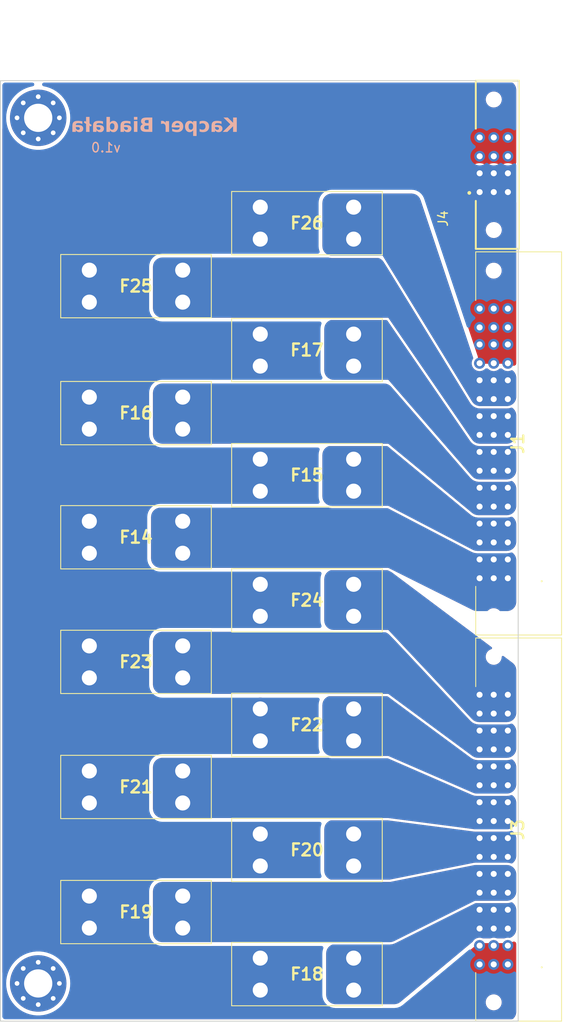
<source format=kicad_pcb>
(kicad_pcb (version 20240108) (generator "pcbnew") (generator_version "8.0")
  (title_block (rev "${REVISION}") (company "Author:") (comment 1 "Reviewer:"))
  (layers (0 "F.Cu" signal) (1 "In1.Cu" signal) (2 "In2.Cu" signal) (31 "B.Cu" signal) (34 "B.Paste" user) (35 "F.Paste" user) (36 "B.SilkS" user "B.Silkscreen") (37 "F.SilkS" user "F.Silkscreen") (38 "B.Mask" user) (39 "F.Mask" user) (44 "Edge.Cuts" user))
  (property "REVISION" "1.0")
  (net 0 "")
  (net 1 "GND")
  (net 2 "/SDC {slash} ASMS")
  (net 3 "/PUMP 2")
  (net 4 "/AIR {slash} IR {slash} DIAGPORT")
  (net 5 "/REARBOX 5")
  (net 6 "/PUMP 1")
  (net 7 "/PC 5")
  (net 8 "/PC 3 {slash} 4")
  (net 9 "/INVERTER")
  (net 10 "/BRAKE {slash} DASH {slash} FRONT BOX")
  (net 11 "/PC 1{slash}2")
  (net 12 "/FAN")
  (net 13 "/HV LOGIKA")
  (net 14 "/TSAL {slash} BSPD")
  (net 15 "+BATT")
  (footprint "LIB_3568:3568" (layer "F.Cu") (at 152.6 143.5)
    (property "Reference" "F20" (at 4.96 -1.7 0) (layer "F.SilkS") (effects (font (size 1.27 1.27) (thickness 0.254))))
    (property "Value" "Fuse" (hide yes))
    (fp_line (start -3.04 -5.065) (end 12.96 -5.065) (stroke (width 0.1)) (layer "F.SilkS"))
    (fp_line (start -3.04 1.665) (end -3.04 -5.065) (stroke (width 0.1)) (layer "F.SilkS"))
    (fp_line (start 12.96 -5.065) (end 12.96 1.665) (stroke (width 0.1)) (layer "F.SilkS"))
    (fp_line (start 12.96 1.665) (end -3.04 1.665) (stroke (width 0.1)) (layer "F.SilkS"))
    (pad "1" thru_hole circle (at 0 -3.4) (size 2.4 2.4) (drill 1.6) (layers "*.Cu" "*.Mask") (net 15 "+BATT"))
    (pad "1" thru_hole circle (at 0 0) (size 2.4 2.4) (drill 1.6) (layers "*.Cu" "*.Mask") (net 15 "+BATT"))
    (pad "2" thru_hole circle (at 9.92 -3.4) (size 2.4 2.4) (drill 1.6) (layers "*.Cu" "*.Mask") (net 8 "/PC 3 {slash} 4"))
    (pad "2" thru_hole circle (at 9.92 0) (size 2.4 2.4) (drill 1.6) (layers "*.Cu" "*.Mask") (net 8 "/PC 3 {slash} 4"))
  )
  (footprint "LIB_3568:3568" (layer "F.Cu") (at 162.52 113.55 180)
    (property "Reference" "F24" (at 4.96 -1.7 180) (layer "F.SilkS") (effects (font (size 1.27 1.27) (thickness 0.254))))
    (property "Value" "Fuse" (hide yes))
    (fp_line (start 12.96 1.665) (end -3.04 1.665) (stroke (width 0.1)) (layer "F.SilkS"))
    (fp_line (start 12.96 -5.065) (end 12.96 1.665) (stroke (width 0.1)) (layer "F.SilkS"))
    (fp_line (start -3.04 1.665) (end -3.04 -5.065) (stroke (width 0.1)) (layer "F.SilkS"))
    (fp_line (start -3.04 -5.065) (end 12.96 -5.065) (stroke (width 0.1)) (layer "F.SilkS"))
    (pad "1" thru_hole circle (at 0 -3.4 180) (size 2.4 2.4) (drill 1.6) (layers "*.Cu" "*.Mask") (net 12 "/FAN"))
    (pad "1" thru_hole circle (at 0 0 180) (size 2.4 2.4) (drill 1.6) (layers "*.Cu" "*.Mask") (net 12 "/FAN"))
    (pad "2" thru_hole circle (at 9.92 -3.4 180) (size 2.4 2.4) (drill 1.6) (layers "*.Cu" "*.Mask") (net 15 "+BATT"))
    (pad "2" thru_hole circle (at 9.92 0 180) (size 2.4 2.4) (drill 1.6) (layers "*.Cu" "*.Mask") (net 15 "+BATT"))
  )
  (footprint "LIB_3568:3568" (layer "F.Cu") (at 152.6 103.646836)
    (property "Reference" "F15" (at 4.96 -1.7 0) (layer "F.SilkS") (effects (font (size 1.27 1.27) (thickness 0.254))))
    (property "Value" "Fuse" (hide yes))
    (fp_line (start -3.04 -5.065) (end 12.96 -5.065) (stroke (width 0.1)) (layer "F.SilkS"))
    (fp_line (start -3.04 1.665) (end -3.04 -5.065) (stroke (width 0.1)) (layer "F.SilkS"))
    (fp_line (start 12.96 -5.065) (end 12.96 1.665) (stroke (width 0.1)) (layer "F.SilkS"))
    (fp_line (start 12.96 1.665) (end -3.04 1.665) (stroke (width 0.1)) (layer "F.SilkS"))
    (pad "1" thru_hole circle (at 0 -3.4) (size 2.4 2.4) (drill 1.6) (layers "*.Cu" "*.Mask") (net 15 "+BATT"))
    (pad "1" thru_hole circle (at 0 0) (size 2.4 2.4) (drill 1.6) (layers "*.Cu" "*.Mask") (net 15 "+BATT"))
    (pad "2" thru_hole circle (at 9.92 -3.4) (size 2.4 2.4) (drill 1.6) (layers "*.Cu" "*.Mask") (net 3 "/PUMP 2"))
    (pad "2" thru_hole circle (at 9.92 0) (size 2.4 2.4) (drill 1.6) (layers "*.Cu" "*.Mask") (net 3 "/PUMP 2"))
  )
  (footprint "LIB_3568:3568" (layer "F.Cu") (at 134.44 110.246836)
    (property "Reference" "F14" (at 4.96 -1.7 360) (layer "F.SilkS") (effects (font (size 1.27 1.27) (thickness 0.254))))
    (property "Value" "Fuse" (hide yes))
    (fp_line (start -3.04 -5.065) (end 12.96 -5.065) (stroke (width 0.1)) (layer "F.SilkS"))
    (fp_line (start -3.04 1.665) (end -3.04 -5.065) (stroke (width 0.1)) (layer "F.SilkS"))
    (fp_line (start 12.96 -5.065) (end 12.96 1.665) (stroke (width 0.1)) (layer "F.SilkS"))
    (fp_line (start 12.96 1.665) (end -3.04 1.665) (stroke (width 0.1)) (layer "F.SilkS"))
    (pad "1" thru_hole circle (at 0 -3.4) (size 2.4 2.4) (drill 1.6) (layers "*.Cu" "*.Mask") (net 15 "+BATT"))
    (pad "1" thru_hole circle (at 0 0) (size 2.4 2.4) (drill 1.6) (layers "*.Cu" "*.Mask") (net 15 "+BATT"))
    (pad "2" thru_hole circle (at 9.92 -3.4) (size 2.4 2.4) (drill 1.6) (layers "*.Cu" "*.Mask") (net 2 "/SDC {slash} ASMS"))
    (pad "2" thru_hole circle (at 9.92 0) (size 2.4 2.4) (drill 1.6) (layers "*.Cu" "*.Mask") (net 2 "/SDC {slash} ASMS"))
  )
  (footprint "proper_8pin:UPT080101LRA" (layer "F.Cu") (at 178.9 153.965 90)
    (property "Reference" "J3" (at 14.335 1.062 90) (layer "F.SilkS") (effects (font (size 1.27 1.27) (thickness 0.254))))
    (property "Value" "UPT-08-01-01-L-RA" (hide yes))
    (fp_line (start 34.705 -3.41) (end 29.535 -3.41) (stroke (width 0.1)) (layer "F.SilkS"))
    (fp_line (start -0.865 -3.41) (end -6.035 -3.41) (stroke (width 0.1)) (layer "F.SilkS"))
    (fp_line (start -6.035 -3.41) (end -6.035 5.71) (stroke (width 0.1)) (layer "F.SilkS"))
    (fp_line (start -0.265 3.6) (end -0.265 3.6) (stroke (width 0.1)) (layer "F.SilkS"))
    (fp_line (start -0.365 3.6) (end -0.365 3.6) (stroke (width 0.1)) (layer "F.SilkS"))
    (fp_line (start 34.705 5.71) (end 34.705 -3.41) (stroke (width 0.1)) (layer "F.SilkS"))
    (fp_line (start -6.035 5.71) (end 34.705 5.71) (stroke (width 0.1)) (layer "F.SilkS"))
    (fp_arc (start -0.265 3.6) (mid -0.315 3.65) (end -0.365 3.6) (stroke (width 0.1)) (layer "F.SilkS"))
    (fp_arc (start -0.365 3.6) (mid -0.315 3.55) (end -0.265 3.6) (stroke (width 0.1)) (layer "F.SilkS"))
    (pad "" np_thru_hole circle (at -4.035 -1.5 90) (size 1.19 1.19) (drill 1.19) (layers "*.Cu" "*.Mask"))
    (pad "" np_thru_hole circle (at 32.705 -1.5 90) (size 1.19 1.19) (drill 1.19) (layers "*.Cu" "*.Mask"))
    (pad "A1" thru_hole circle (at 0 0 90) (size 1.173 1.173) (drill 0.64) (layers "*.Cu" "*.Mask") (net 1 "GND"))
    (pad "A2" thru_hole circle (at 0 -1.5 90) (size 1.173 1.173) (drill 0.64) (layers "*.Cu" "*.Mask") (net 1 "GND"))
    (pad "A3" thru_hole circle (at 0 -3 90) (size 1.173 1.173) (drill 0.64) (layers "*.Cu" "*.Mask") (net 1 "GND"))
    (pad "A4" thru_hole circle (at 2 -3 90) (size 1.173 1.173) (drill 0.64) (layers "*.Cu" "*.Mask") (net 1 "GND"))
    (pad "A5" thru_hole circle (at 2 -1.5 90) (size 1.173 1.173) (drill 0.64) (layers "*.Cu" "*.Mask") (net 1 "GND"))
    (pad "A6" thru_hole circle (at 2 0 90) (size 1.173 1.173) (drill 0.64) (layers "*.Cu" "*.Mask") (net 1 "GND"))
    (pad "B1" thru_hole circle (at 3.81 0 90) (size 1.173 1.173) (drill 0.64) (layers "*.Cu" "*.Mask") (net 6 "/PUMP 1"))
    (pad "B2" thru_hole circle (at 3.81 -1.5 90) (size 1.173 1.173) (drill 0.64) (layers "*.Cu" "*.Mask") (net 6 "/PUMP 1"))
    (pad "B3" thru_hole circle (at 3.81 -3 90) (size 1.173 1.173) (drill 0.64) (layers "*.Cu" "*.Mask") (net 6 "/PUMP 1"))
    (pad "B4" thru_hole circle (at 5.81 -3 90) (size 1.173 1.173) (drill 0.64) (layers "*.Cu" "*.Mask") (net 6 "/PUMP 1"))
    (pad "B5" thru_hole circle (at 5.81 -1.5 90) (size 1.173 1.173) (drill 0.64) (layers "*.Cu" "*.Mask") (net 6 "/PUMP 1"))
    (pad "B6" thru_hole circle (at 5.81 0 90) (size 1.173 1.173) (drill 0.64) (layers "*.Cu" "*.Mask") (net 6 "/PUMP 1"))
    (pad "C1" thru_hole circle (at 7.62 0 90) (size 1.173 1.173) (drill 0.64) (layers "*.Cu" "*.Mask") (net 7 "/PC 5"))
    (pad "C2" thru_hole circle (at 7.62 -1.5 90) (size 1.173 1.173) (drill 0.64) (layers "*.Cu" "*.Mask") (net 7 "/PC 5"))
    (pad "C3" thru_hole circle (at 7.62 -3 90) (size 1.173 1.173) (drill 0.64) (layers "*.Cu" "*.Mask") (net 7 "/PC 5"))
    (pad "C4" thru_hole circle (at 9.62 -3 90) (size 1.173 1.173) (drill 0.64) (layers "*.Cu" "*.Mask") (net 7 "/PC 5"))
    (pad "C5" thru_hole circle (at 9.62 -1.5 90) (size 1.173 1.173) (drill 0.64) (layers "*.Cu" "*.Mask") (net 7 "/PC 5"))
    (pad "C6" thru_hole circle (at 9.62 0 90) (size 1.173 1.173) (drill 0.64) (layers "*.Cu" "*.Mask") (net 7 "/PC 5"))
    (pad "D1" thru_hole circle (at 11.43 0 90) (size 1.173 1.173) (drill 0.64) (layers "*.Cu" "*.Mask") (net 8 "/PC 3 {slash} 4"))
    (pad "D2" thru_hole circle (at 11.43 -1.5 90) (size 1.173 1.173) (drill 0.64) (layers "*.Cu" "*.Mask") (net 8 "/PC 3 {slash} 4"))
    (pad "D3" thru_hole circle (at 11.43 -3 90) (size 1.173 1.173) (drill 0.64) (layers "*.Cu" "*.Mask") (net 8 "/PC 3 {slash} 4"))
    (pad "D4" thru_hole circle (at 13.43 -3 90) (size 1.173 1.173) (drill 0.64) (layers "*.Cu" "*.Mask") (net 8 "/PC 3 {slash} 4"))
    (pad "D5" thru_hole circle (at 13.43 -1.5 90) (size 1.173 1.173) (drill 0.64) (layers "*.Cu" "*.Mask") (net 8 "/PC 3 {slash} 4"))
    (pad "D6" thru_hole circle (at 13.43 0 90) (size 1.173 1.173) (drill 0.64) (layers "*.Cu" "*.Mask") (net 8 "/PC 3 {slash} 4"))
    (pad "E1" thru_hole circle (at 15.24 0 90) (size 1.173 1.173) (drill 0.64) (layers "*.Cu" "*.Mask") (net 9 "/INVERTER"))
    (pad "E2" thru_hole circle (at 15.24 -1.5 90) (size 1.173 1.173) (drill 0.64) (layers "*.Cu" "*.Mask") (net 9 "/INVERTER"))
    (pad "E3" thru_hole circle (at 15.24 -3 90) (size 1.173 1.173) (drill 0.64) (layers "*.Cu" "*.Mask") (net 9 "/INVERTER"))
    (pad "E4" thru_hole circle (at 17.24 -3 90) (size 1.173 1.173) (drill 0.64) (layers "*.Cu" "*.Mask") (net 9 "/INVERTER"))
    (pad "E5" thru_hole circle (at 17.24 -1.5 90) (size 1.173 1.173) (drill 0.64) (layers "*.Cu" "*.Mask") (net 9 "/INVERTER"))
    (pad "E6" thru_hole circle (at 17.24 0 90) (size 1.173 1.173) (drill 0.64) (layers "*.Cu" "*.Mask") (net 9 "/INVERTER"))
    (pad "F1" thru_hole circle (at 19.05 0 90) (size 1.173 1.173) (drill 0.64) (layers "*.Cu" "*.Mask") (net 10 "/BRAKE {slash} DASH {slash} FRONT BOX"))
    (pad "F2" thru_hole circle (at 19.05 -1.5 90) (size 1.173 1.173) (drill 0.64) (layers "*.Cu" "*.Mask") (net 10 "/BRAKE {slash} DASH {slash} FRONT BOX"))
    (pad "F3" thru_hole circle (at 19.05 -3 90) (size 1.173 1.173) (drill 0.64) (layers "*.Cu" "*.Mask") (net 10 "/BRAKE {slash} DASH {slash} FRONT BOX"))
    (pad "F4" thru_hole circle (at 21.05 -3 90) (size 1.173 1.173) (drill 0.64) (layers "*.Cu" "*.Mask") (net 10 "/BRAKE {slash} DASH {slash} FRONT BOX"))
    (pad "F5" thru_hole circle (at 21.05 -1.5 90) (size 1.173 1.173) (drill 0.64) (layers "*.Cu" "*.Mask") (net 10 "/BRAKE {slash} DASH {slash} FRONT BOX"))
    (pad "F6" thru_hole circle (at 21.05 0 90) (size 1.173 1.173) (drill 0.64) (layers "*.Cu" "*.Mask") (net 10 "/BRAKE {slash} DASH {slash} FRONT BOX"))
    (pad "G1" thru_hole circle (at 22.86 0 90) (size 1.173 1.173) (drill 0.64) (layers "*.Cu" "*.Mask") (net 11 "/PC 1{slash}2"))
    (pad "G2" thru_hole circle (at 22.86 -1.5 90) (size 1.173 1.173) (drill 0.64) (layers "*.Cu" "*.Mask") (net 11 "/PC 1{slash}2"))
    (pad "G3" thru_hole circle (at 22.86 -3 90) (size 1.173 1.173) (drill 0.64) (layers "*.Cu" "*.Mask") (net 11 "/PC 1{slash}2"))
    (pad "G4" thru_hole circle (at 24.86 -3 90) (size 1.173 1.173) (drill 0.64) (layers "*.Cu" "*.Mask") (net 11 "/PC 1{slash}2"))
    (pad "G5" thru_hole circle (at 24.86 -1.5 90) (size 1.173 1.173) (drill 0.64) (layers "*.Cu" "*.Mask") (net 11 "/PC 1{slash}2"))
    (pad "G6" thru_hole circle (at 24.86 0 90) (size 1.173 1.173) (drill 0.64) (layers "*.Cu" "*.Mask") (net 11 "/PC 1{slash}2"))
    (pad "H1" thru_hole circle (at 26.67 0 90) (size 1.173 1.173) (drill 0.64) (layers "*.Cu" "*.Mask") (net 12 "/FAN"))
    (pad "H2" thru_hole circle (at 26.67 -1.5 90) (size 1.173 1.173) (drill 0.64) (layers "*.Cu" "*.Mask") (net 12 "/FAN"))
    (pad "H3" thru_hole circle (at 26.67 -3 90) (size 1.173 1.173) (drill 0.64) (layers "*.Cu" "*.Mask") (net 12 "/FAN"))
    (pad "H4" thru_hole circle (at 28.67 -3 90) (size 1.173 1.173) (drill 0.64) (layers "*.Cu" "*.Mask") (net 12 "/FAN"))
    (pad "H5" thru_hole circle (at 28.67 -1.5 90) (size 1.173 1.173) (drill 0.64) (layers "*.Cu" "*.Mask") (net 12 "/FAN"))
    (pad "H6" thru_hole circle (at 28.67 0 90) (size 1.173 1.173) (drill 0.64) (layers "*.Cu" "*.Mask") (net 12 "/FAN"))
  )
  (footprint "LIB_3568:3568" (layer "F.Cu") (at 152.6 156.7)
    (property "Reference" "F18" (at 4.96 -1.7 0) (layer "F.SilkS") (effects (font (size 1.27 1.27) (thickness 0.254))))
    (property "Value" "Fuse" (hide yes))
    (fp_line (start -3.04 -5.065) (end 12.96 -5.065) (stroke (width 0.1)) (layer "F.SilkS"))
    (fp_line (start -3.04 1.665) (end -3.04 -5.065) (stroke (width 0.1)) (layer "F.SilkS"))
    (fp_line (start 12.96 -5.065) (end 12.96 1.665) (stroke (width 0.1)) (layer "F.SilkS"))
    (fp_line (start 12.96 1.665) (end -3.04 1.665) (stroke (width 0.1)) (layer "F.SilkS"))
    (pad "1" thru_hole circle (at 0 -3.4) (size 2.4 2.4) (drill 1.6) (layers "*.Cu" "*.Mask") (net 15 "+BATT"))
    (pad "1" thru_hole circle (at 0 0) (size 2.4 2.4) (drill 1.6) (layers "*.Cu" "*.Mask") (net 15 "+BATT"))
    (pad "2" thru_hole circle (at 9.92 -3.4) (size 2.4 2.4) (drill 1.6) (layers "*.Cu" "*.Mask") (net 6 "/PUMP 1"))
    (pad "2" thru_hole circle (at 9.92 0) (size 2.4 2.4) (drill 1.6) (layers "*.Cu" "*.Mask") (net 6 "/PUMP 1"))
  )
  (footprint "MountingHole:MountingHole_3mm_Pad_Via" (layer "F.Cu") (at 129.00901 155.99099)
    (property "Reference" "REF**" (hide yes))
    (property "Value" "MountingHole_3mm_Pad_Via" (hide yes))
    (pad "1" thru_hole circle (at -2.25 0) (size 0.8 0.8) (drill 0.5) (layers "*.Cu" "*.Mask"))
    (pad "1" thru_hole circle (at -1.59099 -1.59099) (size 0.8 0.8) (drill 0.5) (layers "*.Cu" "*.Mask"))
    (pad "1" thru_hole circle (at -1.59099 1.59099) (size 0.8 0.8) (drill 0.5) (layers "*.Cu" "*.Mask"))
    (pad "1" thru_hole circle (at 0 -2.25) (size 0.8 0.8) (drill 0.5) (layers "*.Cu" "*.Mask"))
    (pad "1" thru_hole circle (at 0 0) (size 6 6) (drill 3) (layers "*.Cu" "*.Mask"))
    (pad "1" thru_hole circle (at 0 2.25) (size 0.8 0.8) (drill 0.5) (layers "*.Cu" "*.Mask"))
    (pad "1" thru_hole circle (at 1.59099 -1.59099) (size 0.8 0.8) (drill 0.5) (layers "*.Cu" "*.Mask"))
    (pad "1" thru_hole circle (at 1.59099 1.59099) (size 0.8 0.8) (drill 0.5) (layers "*.Cu" "*.Mask"))
    (pad "1" thru_hole circle (at 2.25 0) (size 0.8 0.8) (drill 0.5) (layers "*.Cu" "*.Mask"))
  )
  (footprint "LIB_3568:3568" (layer "F.Cu") (at 134.44 150.1)
    (property "Reference" "F19" (at 4.96 -1.7 360) (layer "F.SilkS") (effects (font (size 1.27 1.27) (thickness 0.254))))
    (property "Value" "Fuse" (hide yes))
    (fp_line (start -3.04 -5.065) (end 12.96 -5.065) (stroke (width 0.1)) (layer "F.SilkS"))
    (fp_line (start -3.04 1.665) (end -3.04 -5.065) (stroke (width 0.1)) (layer "F.SilkS"))
    (fp_line (start 12.96 -5.065) (end 12.96 1.665) (stroke (width 0.1)) (layer "F.SilkS"))
    (fp_line (start 12.96 1.665) (end -3.04 1.665) (stroke (width 0.1)) (layer "F.SilkS"))
    (pad "1" thru_hole circle (at 0 -3.4) (size 2.4 2.4) (drill 1.6) (layers "*.Cu" "*.Mask") (net 15 "+BATT"))
    (pad "1" thru_hole circle (at 0 0) (size 2.4 2.4) (drill 1.6) (layers "*.Cu" "*.Mask") (net 15 "+BATT"))
    (pad "2" thru_hole circle (at 9.92 -3.4) (size 2.4 2.4) (drill 1.6) (layers "*.Cu" "*.Mask") (net 7 "/PC 5"))
    (pad "2" thru_hole circle (at 9.92 0) (size 2.4 2.4) (drill 1.6) (layers "*.Cu" "*.Mask") (net 7 "/PC 5"))
  )
  (footprint "LIB_3568:3568" (layer "F.Cu") (at 144.36 80.146836 180)
    (property "Reference" "F25" (at 4.96 -1.7 180) (layer "F.SilkS") (effects (font (size 1.27 1.27) (thickness 0.254))))
    (property "Value" "Fuse" (hide yes))
    (fp_line (start 12.96 1.665) (end -3.04 1.665) (stroke (width 0.1)) (layer "F.SilkS"))
    (fp_line (start 12.96 -5.065) (end 12.96 1.665) (stroke (width 0.1)) (layer "F.SilkS"))
    (fp_line (start -3.04 1.665) (end -3.04 -5.065) (stroke (width 0.1)) (layer "F.SilkS"))
    (fp_line (start -3.04 -5.065) (end 12.96 -5.065) (stroke (width 0.1)) (layer "F.SilkS"))
    (pad "1" thru_hole circle (at 0 -3.4 180) (size 2.4 2.4) (drill 1.6) (layers "*.Cu" "*.Mask") (net 13 "/HV LOGIKA"))
    (pad "1" thru_hole circle (at 0 0 180) (size 2.4 2.4) (drill 1.6) (layers "*.Cu" "*.Mask") (net 13 "/HV LOGIKA"))
    (pad "2" thru_hole circle (at 9.92 -3.4 180) (size 2.4 2.4) (drill 1.6) (layers "*.Cu" "*.Mask") (net 15 "+BATT"))
    (pad "2" thru_hole circle (at 9.92 0 180) (size 2.4 2.4) (drill 1.6) (layers "*.Cu" "*.Mask") (net 15 "+BATT"))
  )
  (footprint "LIB_3568:3568" (layer "F.Cu") (at 162.52 73.446836 180)
    (property "Reference" "F26" (at 4.96 -1.7 180) (layer "F.SilkS") (effects (font (size 1.27 1.27) (thickness 0.254))))
    (property "Value" "Fuse" (hide yes))
    (fp_line (start 12.96 1.665) (end -3.04 1.665) (stroke (width 0.1)) (layer "F.SilkS"))
    (fp_line (start 12.96 -5.065) (end 12.96 1.665) (stroke (width 0.1)) (layer "F.SilkS"))
    (fp_line (start -3.04 1.665) (end -3.04 -5.065) (stroke (width 0.1)) (layer "F.SilkS"))
    (fp_line (start -3.04 -5.065) (end 12.96 -5.065) (stroke (width 0.1)) (layer "F.SilkS"))
    (pad "1" thru_hole circle (at 0 -3.4 180) (size 2.4 2.4) (drill 1.6) (layers "*.Cu" "*.Mask") (net 14 "/TSAL {slash} BSPD"))
    (pad "1" thru_hole circle (at 0 0 180) (size 2.4 2.4) (drill 1.6) (layers "*.Cu" "*.Mask") (net 14 "/TSAL {slash} BSPD"))
    (pad "2" thru_hole circle (at 9.92 -3.4 180) (size 2.4 2.4) (drill 1.6) (layers "*.Cu" "*.Mask") (net 15 "+BATT"))
    (pad "2" thru_hole circle (at 9.92 0 180) (size 2.4 2.4) (drill 1.6) (layers "*.Cu" "*.Mask") (net 15 "+BATT"))
  )
  (footprint "MountingHole:MountingHole_3mm_Pad_Via" (layer "F.Cu") (at 129.00901 63.95)
    (property "Reference" "REF**" (hide yes))
    (property "Value" "MountingHole_3mm_Pad_Via" (hide yes))
    (pad "1" thru_hole circle (at -2.25 0) (size 0.8 0.8) (drill 0.5) (layers "*.Cu" "*.Mask"))
    (pad "1" thru_hole circle (at -1.59099 -1.59099) (size 0.8 0.8) (drill 0.5) (layers "*.Cu" "*.Mask"))
    (pad "1" thru_hole circle (at -1.59099 1.59099) (size 0.8 0.8) (drill 0.5) (layers "*.Cu" "*.Mask"))
    (pad "1" thru_hole circle (at 0 -2.25) (size 0.8 0.8) (drill 0.5) (layers "*.Cu" "*.Mask"))
    (pad "1" thru_hole circle (at 0 0) (size 6 6) (drill 3) (layers "*.Cu" "*.Mask"))
    (pad "1" thru_hole circle (at 0 2.25) (size 0.8 0.8) (drill 0.5) (layers "*.Cu" "*.Mask"))
    (pad "1" thru_hole circle (at 1.59099 -1.59099) (size 0.8 0.8) (drill 0.5) (layers "*.Cu" "*.Mask"))
    (pad "1" thru_hole circle (at 1.59099 1.59099) (size 0.8 0.8) (drill 0.5) (layers "*.Cu" "*.Mask"))
    (pad "1" thru_hole circle (at 2.25 0) (size 0.8 0.8) (drill 0.5) (layers "*.Cu" "*.Mask"))
  )
  (footprint "2pin:SAMTEC_UPT-02-01-01-X-RA" (layer "F.Cu") (at 177.4075 68.94 90)
    (property "Reference" "J4" (at -5.715 -5.385 270) (layer "F.SilkS"))
    (property "Value" "UPT-02-01-01-X-RA")
    (fp_line (start 8.94 -1.91) (end 3.84 -1.91) (stroke (width 0.2)) (layer "F.SilkS"))
    (fp_line (start -3.84 -1.91) (end -8.94 -1.91) (stroke (width 0.2)) (layer "F.SilkS"))
    (fp_line (start -8.94 -1.91) (end -8.94 2.66) (stroke (width 0.2)) (layer "F.SilkS"))
    (fp_line (start 8.94 2.66) (end 8.94 -1.91) (stroke (width 0.2)) (layer "F.SilkS"))
    (fp_line (start -8.94 2.66) (end 8.94 2.66) (stroke (width 0.2)) (layer "F.SilkS"))
    (fp_circle (center -2.99 -2.6) (end -2.89 -2.6) (stroke (width 0.2)) (fill none) (layer "F.SilkS"))
    (pad "" np_thru_hole circle (at -6.94 0 90) (size 1.19 1.19) (drill 1.19) (layers "*.Cu" "*.Mask"))
    (pad "" np_thru_hole circle (at 6.94 0 90) (size 1.19 1.19) (drill 1.19) (layers "*.Cu" "*.Mask"))
    (pad "P01_1" thru_hole circle (at -2.905 -1.5 90) (size 1.148 1.148) (drill 0.64) (layers "*.Cu" "*.Mask") (net 15 "+BATT"))
    (pad "P01_2" thru_hole circle (at -2.905 0 90) (size 1.148 1.148) (drill 0.64) (layers "*.Cu" "*.Mask") (net 15 "+BATT"))
    (pad "P01_3" thru_hole circle (at -2.905 1.5 90) (size 1.148 1.148) (drill 0.64) (layers "*.Cu" "*.Mask") (net 15 "+BATT"))
    (pad "P01_4" thru_hole circle (at -0.905 -1.5 90) (size 1.148 1.148) (drill 0.64) (layers "*.Cu" "*.Mask") (net 15 "+BATT"))
    (pad "P01_5" thru_hole circle (at -0.905 0 90) (size 1.148 1.148) (drill 0.64) (layers "*.Cu" "*.Mask") (net 15 "+BATT"))
    (pad "P01_6" thru_hole circle (at -0.905 1.5 90) (size 1.148 1.148) (drill 0.64) (layers "*.Cu" "*.Mask") (net 15 "+BATT"))
    (pad "P02_1" thru_hole circle (at 0.905 -1.5 90) (size 1.148 1.148) (drill 0.64) (layers "*.Cu" "*.Mask") (net 1 "GND"))
    (pad "P02_2" thru_hole circle (at 0.905 0 90) (size 1.148 1.148) (drill 0.64) (layers "*.Cu" "*.Mask") (net 1 "GND"))
    (pad "P02_3" thru_hole circle (at 0.905 1.5 90) (size 1.148 1.148) (drill 0.64) (layers "*.Cu" "*.Mask") (net 1 "GND"))
    (pad "P02_4" thru_hole circle (at 2.905 -1.5 90) (size 1.148 1.148) (drill 0.64) (layers "*.Cu" "*.Mask") (net 1 "GND"))
    (pad "P02_5" thru_hole circle (at 2.905 0 90) (size 1.148 1.148) (drill 0.64) (layers "*.Cu" "*.Mask") (net 1 "GND"))
    (pad "P02_6" thru_hole circle (at 2.905 1.5 90) (size 1.148 1.148) (drill 0.64) (layers "*.Cu" "*.Mask") (net 1 "GND"))
  )
  (footprint "LIB_3568:3568" (layer "F.Cu") (at 144.36 133.4 180)
    (property "Reference" "F21" (at 4.96 -1.7 180) (layer "F.SilkS") (effects (font (size 1.27 1.27) (thickness 0.254))))
    (property "Value" "Fuse" (hide yes))
    (fp_line (start 12.96 1.665) (end -3.04 1.665) (stroke (width 0.1)) (layer "F.SilkS"))
    (fp_line (start 12.96 -5.065) (end 12.96 1.665) (stroke (width 0.1)) (layer "F.SilkS"))
    (fp_line (start -3.04 1.665) (end -3.04 -5.065) (stroke (width 0.1)) (layer "F.SilkS"))
    (fp_line (start -3.04 -5.065) (end 12.96 -5.065) (stroke (width 0.1)) (layer "F.SilkS"))
    (pad "1" thru_hole circle (at 0 -3.4 180) (size 2.4 2.4) (drill 1.6) (layers "*.Cu" "*.Mask") (net 9 "/INVERTER"))
    (pad "1" thru_hole circle (at 0 0 180) (size 2.4 2.4) (drill 1.6) (layers "*.Cu" "*.Mask") (net 9 "/INVERTER"))
    (pad "2" thru_hole circle (at 9.92 -3.4 180) (size 2.4 2.4) (drill 1.6) (layers "*.Cu" "*.Mask") (net 15 "+BATT"))
    (pad "2" thru_hole circle (at 9.92 0 180) (size 2.4 2.4) (drill 1.6) (layers "*.Cu" "*.Mask") (net 15 "+BATT"))
  )
  (footprint "LIB_3568:3568" (layer "F.Cu") (at 144.36 120.1 180)
    (property "Reference" "F23" (at 4.96 -1.7 180) (layer "F.SilkS") (effects (font (size 1.27 1.27) (thickness 0.254))))
    (property "Value" "Fuse" (hide yes))
    (fp_line (start 12.96 1.665) (end -3.04 1.665) (stroke (width 0.1)) (layer "F.SilkS"))
    (fp_line (start 12.96 -5.065) (end 12.96 1.665) (stroke (width 0.1)) (layer "F.SilkS"))
    (fp_line (start -3.04 1.665) (end -3.04 -5.065) (stroke (width 0.1)) (layer "F.SilkS"))
    (fp_line (start -3.04 -5.065) (end 12.96 -5.065) (stroke (width 0.1)) (layer "F.SilkS"))
    (pad "1" thru_hole circle (at 0 -3.4 180) (size 2.4 2.4) (drill 1.6) (layers "*.Cu" "*.Mask") (net 11 "/PC 1{slash}2"))
    (pad "1" thru_hole circle (at 0 0 180) (size 2.4 2.4) (drill 1.6) (layers "*.Cu" "*.Mask") (net 11 "/PC 1{slash}2"))
    (pad "2" thru_hole circle (at 9.92 -3.4 180) (size 2.4 2.4) (drill 1.6) (layers "*.Cu" "*.Mask") (net 15 "+BATT"))
    (pad "2" thru_hole circle (at 9.92 0 180) (size 2.4 2.4) (drill 1.6) (layers "*.Cu" "*.Mask") (net 15 "+BATT"))
  )
  (footprint "proper_8pin:UPT080101LRA" (layer "F.Cu") (at 178.9 112.905 90)
    (property "Reference" "J1" (at 14.335 1.062 90) (layer "F.SilkS") (effects (font (size 1.27 1.27) (thickness 0.254))))
    (property "Value" "UPT-08-01-01-L-RA" (hide yes))
    (fp_line (start 34.705 -3.41) (end 29.535 -3.41) (stroke (width 0.1)) (layer "F.SilkS"))
    (fp_line (start -0.865 -3.41) (end -6.035 -3.41) (stroke (width 0.1)) (layer "F.SilkS"))
    (fp_line (start -6.035 -3.41) (end -6.035 5.71) (stroke (width 0.1)) (layer "F.SilkS"))
    (fp_line (start -0.265 3.6) (end -0.265 3.6) (stroke (width 0.1)) (layer "F.SilkS"))
    (fp_line (start -0.365 3.6) (end -0.365 3.6) (stroke (width 0.1)) (layer "F.SilkS"))
    (fp_line (start 34.705 5.71) (end 34.705 -3.41) (stroke (width 0.1)) (layer "F.SilkS"))
    (fp_line (start -6.035 5.71) (end 34.705 5.71) (stroke (width 0.1)) (layer "F.SilkS"))
    (fp_arc (start -0.265 3.6) (mid -0.315 3.65) (end -0.365 3.6) (stroke (width 0.1)) (layer "F.SilkS"))
    (fp_arc (start -0.365 3.6) (mid -0.315 3.55) (end -0.265 3.6) (stroke (width 0.1)) (layer "F.SilkS"))
    (pad "" np_thru_hole circle (at -4.035 -1.5 90) (size 1.19 1.19) (drill 1.19) (layers "*.Cu" "*.Mask"))
    (pad "" np_thru_hole circle (at 32.705 -1.5 90) (size 1.19 1.19) (drill 1.19) (layers "*.Cu" "*.Mask"))
    (pad "A1" thru_hole circle (at 0 0 90) (size 1.173 1.173) (drill 0.64) (layers "*.Cu" "*.Mask") (net 2 "/SDC {slash} ASMS"))
    (pad "A2" thru_hole circle (at 0 -1.5 90) (size 1.173 1.173) (drill 0.64) (layers "*.Cu" "*.Mask") (net 2 "/SDC {slash} ASMS"))
    (pad "A3" thru_hole circle (at 0 -3 90) (size 1.173 1.173) (drill 0.64) (layers "*.Cu" "*.Mask") (net 2 "/SDC {slash} ASMS"))
    (pad "A4" thru_hole circle (at 2 -3 90) (size 1.173 1.173) (drill 0.64) (layers "*.Cu" "*.Mask") (net 2 "/SDC {slash} ASMS"))
    (pad "A5" thru_hole circle (at 2 -1.5 90) (size 1.173 1.173) (drill 0.64) (layers "*.Cu" "*.Mask") (net 2 "/SDC {slash} ASMS"))
    (pad "A6" thru_hole circle (at 2 0 90) (size 1.173 1.173) (drill 0.64) (layers "*.Cu" "*.Mask") (net 2 "/SDC {slash} ASMS"))
    (pad "B1" thru_hole circle (at 3.81 0 90) (size 1.173 1.173) (drill 0.64) (layers "*.Cu" "*.Mask") (net 3 "/PUMP 2"))
    (pad "B2" thru_hole circle (at 3.81 -1.5 90) (size 1.173 1.173) (drill 0.64) (layers "*.Cu" "*.Mask") (net 3 "/PUMP 2"))
    (pad "B3" thru_hole circle (at 3.81 -3 90) (size 1.173 1.173) (drill 0.64) (layers "*.Cu" "*.Mask") (net 3 "/PUMP 2"))
    (pad "B4" thru_hole circle (at 5.81 -3 90) (size 1.173 1.173) (drill 0.64) (layers "*.Cu" "*.Mask") (net 3 "/PUMP 2"))
    (pad "B5" thru_hole circle (at 5.81 -1.5 90) (size 1.173 1.173) (drill 0.64) (layers "*.Cu" "*.Mask") (net 3 "/PUMP 2"))
    (pad "B6" thru_hole circle (at 5.81 0 90) (size 1.173 1.173) (drill 0.64) (layers "*.Cu" "*.Mask") (net 3 "/PUMP 2"))
    (pad "C1" thru_hole circle (at 7.62 0 90) (size 1.173 1.173) (drill 0.64) (layers "*.Cu" "*.Mask") (net 4 "/AIR {slash} IR {slash} DIAGPORT"))
    (pad "C2" thru_hole circle (at 7.62 -1.5 90) (size 1.173 1.173) (drill 0.64) (layers "*.Cu" "*.Mask") (net 4 "/AIR {slash} IR {slash} DIAGPORT"))
    (pad "C3" thru_hole circle (at 7.62 -3 90) (size 1.173 1.173) (drill 0.64) (layers "*.Cu" "*.Mask") (net 4 "/AIR {slash} IR {slash} DIAGPORT"))
    (pad "C4" thru_hole circle (at 9.62 -3 90) (size 1.173 1.173) (drill 0.64) (layers "*.Cu" "*.Mask") (net 4 "/AIR {slash} IR {slash} DIAGPORT"))
    (pad "C5" thru_hole circle (at 9.62 -1.5 90) (size 1.173 1.173) (drill 0.64) (layers "*.Cu" "*.Mask") (net 4 "/AIR {slash} IR {slash} DIAGPORT"))
    (pad "C6" thru_hole circle (at 9.62 0 90) (size 1.173 1.173) (drill 0.64) (layers "*.Cu" "*.Mask") (net 4 "/AIR {slash} IR {slash} DIAGPORT"))
    (pad "D1" thru_hole circle (at 11.43 0 90) (size 1.173 1.173) (drill 0.64) (layers "*.Cu" "*.Mask") (net 5 "/REARBOX 5"))
    (pad "D2" thru_hole circle (at 11.43 -1.5 90) (size 1.173 1.173) (drill 0.64) (layers "*.Cu" "*.Mask") (net 5 "/REARBOX 5"))
    (pad "D3" thru_hole circle (at 11.43 -3 90) (size 1.173 1.173) (drill 0.64) (layers "*.Cu" "*.Mask") (net 5 "/REARBOX 5"))
    (pad "D4" thru_hole circle (at 13.43 -3 90) (size 1.173 1.173) (drill 0.64) (layers "*.Cu" "*.Mask") (net 5 "/REARBOX 5"))
    (pad "D5" thru_hole circle (at 13.43 -1.5 90) (size 1.173 1.173) (drill 0.64) (layers "*.Cu" "*.Mask") (net 5 "/REARBOX 5"))
    (pad "D6" thru_hole circle (at 13.43 0 90) (size 1.173 1.173) (drill 0.64) (layers "*.Cu" "*.Mask") (net 5 "/REARBOX 5"))
    (pad "E1" thru_hole circle (at 15.24 0 90) (size 1.173 1.173) (drill 0.64) (layers "*.Cu" "*.Mask") (net 13 "/HV LOGIKA"))
    (pad "E2" thru_hole circle (at 15.24 -1.5 90) (size 1.173 1.173) (drill 0.64) (layers "*.Cu" "*.Mask") (net 13 "/HV LOGIKA"))
    (pad "E3" thru_hole circle (at 15.24 -3 90) (size 1.173 1.173) (drill 0.64) (layers "*.Cu" "*.Mask") (net 13 "/HV LOGIKA"))
    (pad "E4" thru_hole circle (at 17.24 -3 90) (size 1.173 1.173) (drill 0.64) (layers "*.Cu" "*.Mask") (net 13 "/HV LOGIKA"))
    (pad "E5" thru_hole circle (at 17.24 -1.5 90) (size 1.173 1.173) (drill 0.64) (layers "*.Cu" "*.Mask") (net 13 "/HV LOGIKA"))
    (pad "E6" thru_hole circle (at 17.24 0 90) (size 1.173 1.173) (drill 0.64) (layers "*.Cu" "*.Mask") (net 13 "/HV LOGIKA"))
    (pad "F1" thru_hole circle (at 19.05 0 90) (size 1.173 1.173) (drill 0.64) (layers "*.Cu" "*.Mask") (net 14 "/TSAL {slash} BSPD"))
    (pad "F2" thru_hole circle (at 19.05 -1.5 90) (size 1.173 1.173) (drill 0.64) (layers "*.Cu" "*.Mask") (net 14 "/TSAL {slash} BSPD"))
    (pad "F3" thru_hole circle (at 19.05 -3 90) (size 1.173 1.173) (drill 0.64) (layers "*.Cu" "*.Mask") (net 14 "/TSAL {slash} BSPD"))
    (pad "F4" thru_hole circle (at 21.05 -3 90) (size 1.173 1.173) (drill 0.64) (layers "*.Cu" "*.Mask") (net 14 "/TSAL {slash} BSPD"))
    (pad "F5" thru_hole circle (at 21.05 -1.5 90) (size 1.173 1.173) (drill 0.64) (layers "*.Cu" "*.Mask") (net 14 "/TSAL {slash} BSPD"))
    (pad "F6" thru_hole circle (at 21.05 0 90) (size 1.173 1.173) (drill 0.64) (layers "*.Cu" "*.Mask") (net 14 "/TSAL {slash} BSPD"))
    (pad "G1" thru_hole circle (at 22.86 0 90) (size 1.173 1.173) (drill 0.64) (layers "*.Cu" "*.Mask") (net 1 "GND"))
    (pad "G2" thru_hole circle (at 22.86 -1.5 90) (size 1.173 1.173) (drill 0.64) (layers "*.Cu" "*.Mask") (net 1 "GND"))
    (pad "G3" thru_hole circle (at 22.86 -3 90) (size 1.173 1.173) (drill 0.64) (layers "*.Cu" "*.Mask") (net 1 "GND"))
    (pad "G4" thru_hole circle (at 24.86 -3 90) (size 1.173 1.173) (drill 0.64) (layers "*.Cu" "*.Mask") (net 1 "GND"))
    (pad "G5" thru_hole circle (at 24.86 -1.5 90) (size 1.173 1.173) (drill 0.64) (layers "*.Cu" "*.Mask") (net 1 "GND"))
    (pad "G6" thru_hole circle (at 24.86 0 90) (size 1.173 1.173) (drill 0.64) (layers "*.Cu" "*.Mask") (net 1 "GND"))
    (pad "H1" thru_hole circle (at 26.67 0 90) (size 1.173 1.173) (drill 0.64) (layers "*.Cu" "*.Mask") (net 1 "GND"))
    (pad "H2" thru_hole circle (at 26.67 -1.5 90) (size 1.173 1.173) (drill 0.64) (layers "*.Cu" "*.Mask") (net 1 "GND"))
    (pad "H3" thru_hole circle (at 26.67 -3 90) (size 1.173 1.173) (drill 0.64) (layers "*.Cu" "*.Mask") (net 1 "GND"))
    (pad "H4" thru_hole circle (at 28.67 -3 90) (size 1.173 1.173) (drill 0.64) (layers "*.Cu" "*.Mask") (net 1 "GND"))
    (pad "H5" thru_hole circle (at 28.67 -1.5 90) (size 1.173 1.173) (drill 0.64) (layers "*.Cu" "*.Mask") (net 1 "GND"))
    (pad "H6" thru_hole circle (at 28.67 0 90) (size 1.173 1.173) (drill 0.64) (layers "*.Cu" "*.Mask") (net 1 "GND"))
  )
  (footprint "LIB_3568:3568" (layer "F.Cu") (at 152.6 90.346836)
    (property "Reference" "F17" (at 4.96 -1.7 0) (layer "F.SilkS") (effects (font (size 1.27 1.27) (thickness 0.254))))
    (property "Value" "Fuse" (hide yes))
    (fp_line (start -3.04 -5.065) (end 12.96 -5.065) (stroke (width 0.1)) (layer "F.SilkS"))
    (fp_line (start -3.04 1.665) (end -3.04 -5.065) (stroke (width 0.1)) (layer "F.SilkS"))
    (fp_line (start 12.96 -5.065) (end 12.96 1.665) (stroke (width 0.1)) (layer "F.SilkS"))
    (fp_line (start 12.96 1.665) (end -3.04 1.665) (stroke (width 0.1)) (layer "F.SilkS"))
    (pad "1" thru_hole circle (at 0 -3.4) (size 2.4 2.4) (drill 1.6) (layers "*.Cu" "*.Mask") (net 15 "+BATT"))
    (pad "1" thru_hole circle (at 0 0) (size 2.4 2.4) (drill 1.6) (layers "*.Cu" "*.Mask") (net 15 "+BATT"))
    (pad "2" thru_hole circle (at 9.92 -3.4) (size 2.4 2.4) (drill 1.6) (layers "*.Cu" "*.Mask") (net 5 "/REARBOX 5"))
    (pad "2" thru_hole circle (at 9.92 0) (size 2.4 2.4) (drill 1.6) (layers "*.Cu" "*.Mask") (net 5 "/REARBOX 5"))
  )
  (footprint "LIB_3568:3568" (layer "F.Cu") (at 162.52 126.8 180)
    (property "Reference" "F22" (at 4.96 -1.7 180) (layer "F.SilkS") (effects (font (size 1.27 1.27) (thickness 0.254))))
    (property "Value" "Fuse" (hide yes))
    (fp_line (start 12.96 1.665) (end -3.04 1.665) (stroke (width 0.1)) (layer "F.SilkS"))
    (fp_line (start 12.96 -5.065) (end 12.96 1.665) (stroke (width 0.1)) (layer "F.SilkS"))
    (fp_line (start -3.04 1.665) (end -3.04 -5.065) (stroke (width 0.1)) (layer "F.SilkS"))
    (fp_line (start -3.04 -5.065) (end 12.96 -5.065) (stroke (width 0.1)) (layer "F.SilkS"))
    (pad "1" thru_hole circle (at 0 -3.4 180) (size 2.4 2.4) (drill 1.6) (layers "*.Cu" "*.Mask") (net 10 "/BRAKE {slash} DASH {slash} FRONT BOX"))
    (pad "1" thru_hole circle (at 0 0 180) (size 2.4 2.4) (drill 1.6) (layers "*.Cu" "*.Mask") (net 10 "/BRAKE {slash} DASH {slash} FRONT BOX"))
    (pad "2" thru_hole circle (at 9.92 -3.4 180) (size 2.4 2.4) (drill 1.6) (layers "*.Cu" "*.Mask") (net 15 "+BATT"))
    (pad "2" thru_hole circle (at 9.92 0 180) (size 2.4 2.4) (drill 1.6) (layers "*.Cu" "*.Mask") (net 15 "+BATT"))
  )
  (footprint "LIB_3568:3568" (layer "F.Cu") (at 134.44 97.046836)
    (property "Reference" "F16" (at 4.96 -1.7 0) (layer "F.SilkS") (effects (font (size 1.27 1.27) (thickness 0.254))))
    (property "Value" "Fuse" (hide yes))
    (fp_line (start -3.04 -5.065) (end 12.96 -5.065) (stroke (width 0.1)) (layer "F.SilkS"))
    (fp_line (start -3.04 1.665) (end -3.04 -5.065) (stroke (width 0.1)) (layer "F.SilkS"))
    (fp_line (start 12.96 -5.065) (end 12.96 1.665) (stroke (width 0.1)) (layer "F.SilkS"))
    (fp_line (start 12.96 1.665) (end -3.04 1.665) (stroke (width 0.1)) (layer "F.SilkS"))
    (pad "1" thru_hole circle (at 0 -3.4) (size 2.4 2.4) (drill 1.6) (layers "*.Cu" "*.Mask") (net 15 "+BATT"))
    (pad "1" thru_hole circle (at 0 0) (size 2.4 2.4) (drill 1.6) (layers "*.Cu" "*.Mask") (net 15 "+BATT"))
    (pad "2" thru_hole circle (at 9.92 -3.4) (size 2.4 2.4) (drill 1.6) (layers "*.Cu" "*.Mask") (net 4 "/AIR {slash} IR {slash} DIAGPORT"))
    (pad "2" thru_hole circle (at 9.92 0) (size 2.4 2.4) (drill 1.6) (layers "*.Cu" "*.Mask") (net 4 "/AIR {slash} IR {slash} DIAGPORT"))
  )
  (gr_rect (start 125 60) (end 180 160) (stroke (width 0.1)) (fill none) (layer "Edge.Cuts"))
  (gr_text "Kacper Biadała" (at 150.3 65.7 0) (layer "B.SilkS") (effects (font (size 1.5 1.5) (thickness 0.3) (bold yes)) (justify left bottom mirror)))
  (gr_text "v${REVISION}" (at 136.2 67.7 0) (layer "B.SilkS") (effects (font (size 1 1)) (justify bottom mirror)))
  (zone (net 1) (net_name "GND") (layers "F.Cu" "In1.Cu") (connect_pads yes (clearance 0.5)) (min_thickness 0.5) (fill yes (thermal_gap 0.25) (thermal_bridge_width 0.5) (smoothing fillet) (radius 1))
    (polygon (pts (xy 125 60) (xy 125 160) (xy 179.8 160) (xy 179.8 60)))
  )
  (zone (net 8) (net_name "/PC 3 {slash} 4") (layers "F.Cu" "In1.Cu" "In2.Cu" "B.Cu") (priority 2) (connect_pads yes (clearance 0.25)) (min_thickness 0.25) (fill yes (thermal_gap 0.25) (thermal_bridge_width 0.5) (smoothing fillet) (radius 1))
    (polygon (pts (xy 179.8 143.4) (xy 179.8 139.6) (xy 175.4 139.6) (xy 166.2 138.6) (xy 159.4 138.6) (xy 159.4 145) (xy 166.4 145) (xy 175.4 143.4)))
  )
  (zone (net 11) (net_name "/PC 1{slash}2") (layers "F.Cu" "In1.Cu" "In2.Cu" "B.Cu") (priority 6) (connect_pads yes (clearance 0.25)) (min_thickness 0.25) (fill yes (thermal_gap 0.25) (thermal_bridge_width 0.5) (smoothing fillet) (radius 1))
    (polygon (pts (xy 179.8 132) (xy 179.8 128.2) (xy 175.4 128.2) (xy 166 118.6) (xy 141.2 118.6) (xy 141.2 125.2) (xy 166.2 125.2) (xy 175.4 132)))
  )
  (zone (net 6) (net_name "/PUMP 1") (layers "F.Cu" "In1.Cu" "In2.Cu" "B.Cu") (priority 1) (connect_pads yes (clearance 0.25)) (min_thickness 0.25) (fill yes (thermal_gap 0.25) (thermal_bridge_width 0.5) (smoothing fillet) (radius 1))
    (polygon (pts (xy 179.8 147.2) (xy 175.4 147.2) (xy 166.6 151.8) (xy 159.6 151.8) (xy 159.6 158.2) (xy 167.2 158.2) (xy 175.6 151.2) (xy 179.8 151.2)))
  )
  (zone (net 12) (net_name "/FAN") (layers "F.Cu" "In1.Cu" "In2.Cu" "B.Cu") (priority 7) (connect_pads yes (clearance 0.25)) (min_thickness 0.25) (fill yes (thermal_gap 0.25) (thermal_bridge_width 0.5) (smoothing fillet) (radius 1))
    (polygon (pts (xy 179.8 128.2) (xy 179.8 122.2) (xy 166.2 112) (xy 159.4 112) (xy 159.4 118.4) (xy 166.2 118.4) (xy 175.4 128.2)))
  )
  (zone (net 13) (net_name "/HV LOGIKA") (layers "F.Cu" "In1.Cu" "In2.Cu" "B.Cu") (priority 12) (connect_pads yes (clearance 0.25)) (min_thickness 0.25) (fill yes (thermal_gap 0.25) (thermal_bridge_width 0.5) (smoothing fillet) (radius 1))
    (polygon (pts (xy 179.8 98.6) (xy 179.8 94.6) (xy 175.4 94.6) (xy 165.4 78.8) (xy 141.2 78.8) (xy 141.2 85.2) (xy 166.2 85.2) (xy 175.4 98.6)))
  )
  (zone (net 5) (net_name "/REARBOX 5") (layers "F.Cu" "In1.Cu" "In2.Cu" "B.Cu") (priority 11) (connect_pads yes (clearance 0.25)) (min_thickness 0.25) (fill yes (thermal_gap 0.25) (thermal_bridge_width 0.5) (smoothing fillet) (radius 1))
    (polygon (pts (xy 179.8 102.4) (xy 179.8 98.6) (xy 175.4 98.6) (xy 166.2 85.4) (xy 159.4 85.4) (xy 159.4 91.8) (xy 166.2 91.8) (xy 175.4 102.4)))
  )
  (zone (net 10) (net_name "/BRAKE {slash} DASH {slash} FRONT BOX") (layers "F.Cu" "In1.Cu" "In2.Cu" "B.Cu") (priority 5) (connect_pads yes (clearance 0.25)) (min_thickness 0.25) (fill yes (thermal_gap 0.25) (thermal_bridge_width 0.5) (smoothing fillet) (radius 1))
    (polygon (pts (xy 179.8 135.8) (xy 179.8 132) (xy 175.4 132) (xy 166.2 125.4) (xy 159.2 125.4) (xy 159.2 131.8) (xy 166.2 131.8) (xy 175.4 135.8)))
  )
  (zone (net 4) (net_name "/AIR {slash} IR {slash} DIAGPORT") (layers "F.Cu" "In1.Cu" "In2.Cu" "B.Cu") (priority 10) (connect_pads yes (clearance 0.25)) (min_thickness 0.25) (fill yes (thermal_gap 0.25) (thermal_bridge_width 0.5) (smoothing fillet) (radius 1))
    (polygon (pts (xy 179.8 106.2) (xy 179.8 102.4) (xy 175.4 102.4) (xy 166.2 92.2) (xy 141.2 92.2) (xy 141.2 98.6) (xy 166.2 98.6) (xy 175.4 106.2)))
  )
  (zone (net 14) (net_name "/TSAL {slash} BSPD") (layers "F.Cu" "In1.Cu" "In2.Cu" "B.Cu") (priority 13) (connect_pads yes (clearance 0.25)) (min_thickness 0.25) (fill yes (thermal_gap 0.25) (thermal_bridge_width 0.5) (smoothing fillet) (radius 1))
    (polygon (pts (xy 179.8 94.6) (xy 179.8 90.6) (xy 175.6 90.6) (xy 169.4 72) (xy 159.2 72) (xy 159.2 78.6) (xy 165.6 78.6) (xy 175.4 94.6)))
  )
  (zone (net 9) (net_name "/INVERTER") (layers "F.Cu" "In1.Cu" "In2.Cu" "B.Cu") (priority 4) (connect_pads yes (clearance 0.25)) (min_thickness 0.25) (fill yes (thermal_gap 0.25) (thermal_bridge_width 0.5) (smoothing fillet) (radius 1))
    (polygon (pts (xy 179.8 139.6) (xy 179.8 135.8) (xy 175.4 135.8) (xy 166.2 132) (xy 141.2 132) (xy 141.2 138.4) (xy 166.2 138.4) (xy 175.4 139.6)))
  )
  (zone (net 2) (net_name "/SDC {slash} ASMS") (layers "F.Cu" "In1.Cu" "In2.Cu" "B.Cu") (priority 8) (connect_pads yes (clearance 0.25)) (min_thickness 0.25) (fill yes (thermal_gap 0.25) (thermal_bridge_width 0.5) (smoothing fillet) (radius 1))
    (polygon (pts (xy 179.8 110) (xy 175.4 110) (xy 166.2 105.4) (xy 141 105.4) (xy 141 111.8) (xy 166.2 111.8) (xy 175.4 116.4) (xy 179.8 116.4)))
  )
  (zone (net 7) (net_name "/PC 5") (layers "F.Cu" "In1.Cu" "In2.Cu" "B.Cu") (priority 3) (connect_pads yes (clearance 0.25)) (min_thickness 0.25) (fill yes (thermal_gap 0.25) (thermal_bridge_width 0.5) (smoothing fillet) (radius 1))
    (polygon (pts (xy 141.2 145.2) (xy 141.2 151.6) (xy 166.6 151.6) (xy 175.4 147.2) (xy 179.8 147.2) (xy 179.8 143.4) (xy 175.4 143.4) (xy 166.4 145.2)))
  )
  (zone (net 3) (net_name "/PUMP 2") (layers "F.Cu" "In1.Cu" "In2.Cu" "B.Cu") (priority 9) (connect_pads yes (clearance 0.25)) (min_thickness 0.25) (fill yes (thermal_gap 0.25) (thermal_bridge_width 0.5) (smoothing fillet) (radius 1))
    (polygon (pts (xy 179.8 110) (xy 179.8 106.2) (xy 175.4 106.2) (xy 166.2 98.8) (xy 159.2 98.8) (xy 159.2 105.2) (xy 166.2 105.2) (xy 175.4 110)))
  )
  (zone (net 15) (net_name "+BATT") (layers "In2.Cu" "B.Cu") (connect_pads yes (clearance 0.4)) (min_thickness 0.4) (fill yes (thermal_gap 0.25) (thermal_bridge_width 0.5) (smoothing fillet) (radius 1))
    (polygon (pts (xy 125 60) (xy 125 160) (xy 179.8 160) (xy 179.8 60)))
  )
)
</source>
